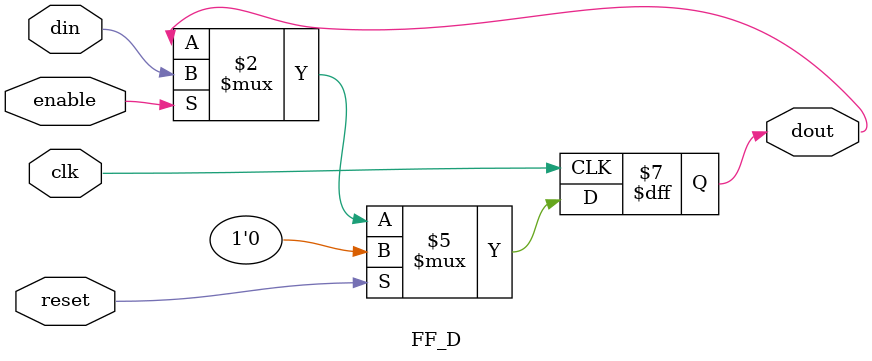
<source format=v>
`timescale 1ns / 1ps


module FF_D(
        clk,
        reset,
        din,
        dout,
        enable
    );
    
    input clk, reset, din, enable;
    output reg dout;
    
    always @(posedge clk) begin
        if(reset)
            dout <= 1'b0;
        else if(enable)
            dout <= din;
    end
    
endmodule

</source>
